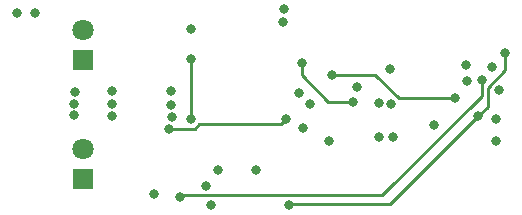
<source format=gbr>
%TF.GenerationSoftware,KiCad,Pcbnew,7.0.10+1*%
%TF.CreationDate,2024-03-12T10:53:23+01:00*%
%TF.ProjectId,IR-sensor,49522d73-656e-4736-9f72-2e6b69636164,rev?*%
%TF.SameCoordinates,Original*%
%TF.FileFunction,Copper,L4,Bot*%
%TF.FilePolarity,Positive*%
%FSLAX46Y46*%
G04 Gerber Fmt 4.6, Leading zero omitted, Abs format (unit mm)*
G04 Created by KiCad (PCBNEW 7.0.10+1) date 2024-03-12 10:53:23*
%MOMM*%
%LPD*%
G01*
G04 APERTURE LIST*
%TA.AperFunction,ComponentPad*%
%ADD10R,1.800000X1.800000*%
%TD*%
%TA.AperFunction,ComponentPad*%
%ADD11C,1.800000*%
%TD*%
%TA.AperFunction,ViaPad*%
%ADD12C,0.800000*%
%TD*%
%TA.AperFunction,Conductor*%
%ADD13C,0.250000*%
%TD*%
G04 APERTURE END LIST*
D10*
%TO.P,D5,1,K*%
%TO.N,Net-(D2-K)*%
X62535000Y-56275000D03*
D11*
%TO.P,D5,2,A*%
%TO.N,GND*%
X62535000Y-53735000D03*
%TD*%
D10*
%TO.P,D6,1,K*%
%TO.N,Net-(D1-K)*%
X62535000Y-66275000D03*
D11*
%TO.P,D6,2,A*%
%TO.N,Net-(D1-A)*%
X62535000Y-63735000D03*
%TD*%
D12*
%TO.N,Net-(U1C-+)*%
X79800000Y-61270000D03*
X69858973Y-62095252D03*
%TO.N,GND*%
X70000000Y-58900000D03*
X61830000Y-59980000D03*
X87668939Y-62791098D03*
X61830000Y-60880000D03*
X71700000Y-53600000D03*
X95000000Y-56700000D03*
X79500000Y-53000000D03*
X70146738Y-61085451D03*
X58500000Y-52230000D03*
X68560000Y-67550000D03*
X87600000Y-59900000D03*
X61880000Y-58990000D03*
X85800000Y-58555000D03*
X73370000Y-68500000D03*
X80824807Y-59057297D03*
X97500000Y-61200000D03*
X97799990Y-58800000D03*
X81180000Y-61960000D03*
X72970000Y-66870000D03*
X83420000Y-63100000D03*
X57000000Y-52230000D03*
X97500000Y-63100000D03*
X88580000Y-57020000D03*
X92308008Y-61768008D03*
%TO.N,Net-(U1B-+)*%
X71680000Y-56190000D03*
X71724448Y-61269751D03*
%TO.N,/PWM_SEND*%
X96351041Y-57951041D03*
X70824996Y-67820000D03*
%TO.N,/PWM_RCV*%
X83630000Y-57470000D03*
X94070000Y-59490000D03*
%TO.N,+2V5*%
X88781730Y-62774323D03*
X74040000Y-65585000D03*
X70026346Y-60042373D03*
%TO.N,+5V*%
X65010000Y-59990000D03*
X97200000Y-56800000D03*
X79564166Y-51951960D03*
X95100000Y-58000000D03*
X65000000Y-58900000D03*
X65000000Y-61000000D03*
%TO.N,Net-(Q2-D)*%
X85450000Y-59800000D03*
X81100000Y-56525000D03*
%TO.N,-2V5*%
X88670000Y-59930000D03*
X81800000Y-59925000D03*
X77260000Y-65530000D03*
%TO.N,/INDICATOR*%
X98340000Y-55660000D03*
X79990000Y-68530000D03*
X96005851Y-61005851D03*
%TD*%
D13*
%TO.N,Net-(U1C-+)*%
X72045464Y-62044751D02*
X69909474Y-62044751D01*
X72390215Y-61700000D02*
X72045464Y-62044751D01*
X79370000Y-61700000D02*
X72390215Y-61700000D01*
X69909474Y-62044751D02*
X69858973Y-62095252D01*
X79800000Y-61270000D02*
X79370000Y-61700000D01*
%TO.N,Net-(U1B-+)*%
X71724448Y-61269751D02*
X71724448Y-56234448D01*
X71724448Y-56234448D02*
X71680000Y-56190000D01*
%TO.N,/PWM_SEND*%
X87905000Y-67695000D02*
X96351041Y-59248959D01*
X70824996Y-67820000D02*
X70999996Y-67645000D01*
X96351041Y-59248959D02*
X96351041Y-57951041D01*
X70945000Y-67725000D02*
X70975000Y-67695000D01*
X70975000Y-67695000D02*
X87905000Y-67695000D01*
%TO.N,/PWM_RCV*%
X89326016Y-59490000D02*
X94070000Y-59490000D01*
X87306016Y-57470000D02*
X89326016Y-59490000D01*
X94070000Y-59490000D02*
X94160000Y-59580000D01*
X83630000Y-57470000D02*
X87306016Y-57470000D01*
%TO.N,Net-(Q2-D)*%
X81100000Y-57550000D02*
X83350000Y-59800000D01*
X81100000Y-56525000D02*
X81100000Y-57550000D01*
X83350000Y-59800000D02*
X85450000Y-59800000D01*
%TO.N,/INDICATOR*%
X96005851Y-61005851D02*
X88541702Y-68470000D01*
X88541702Y-68470000D02*
X80150000Y-68470000D01*
X96825000Y-58573098D02*
X96825000Y-60186702D01*
X96825000Y-60186702D02*
X96005851Y-61005851D01*
X98340000Y-57058098D02*
X96825000Y-58573098D01*
X98340000Y-55660000D02*
X98340000Y-57058098D01*
%TD*%
M02*

</source>
